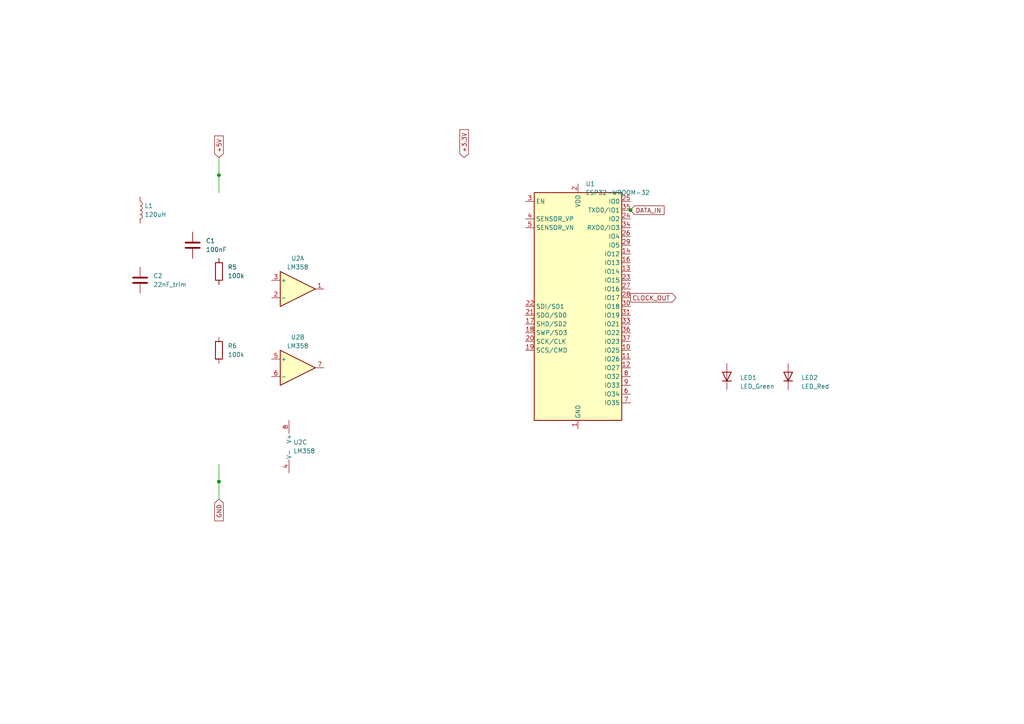
<source format=kicad_sch>
(kicad_sch (version 20230121) (generator eeschema)
  (paper "A4")
  (title_block (title "Lector RFID FDX-B para Caravanas de Ganado") (date "2025-08-14") (rev "v1.0") (company "IoT Cloud Studio") (comment 1 "Hardware Development") (comment 2 "134.2kHz FDX-B Reader") (comment 3 "ESP32-based design") (comment 4 ""))
  (lib_symbols
    (symbol "Device:C" (pin_numbers hide) (pin_names (offset 0.254))
      (property "Reference" "C" (at 0.635 2.54 0))
      (property "Value" "C" (at 0.635 -2.54 0))
      (symbol "C_0_1"
        (polyline (pts (xy -2.032 -0.762) (xy 2.032 -0.762)) (stroke (width 0.508)))
        (polyline (pts (xy -2.032 0.762) (xy 2.032 0.762)) (stroke (width 0.508)))
      )
      (symbol "C_1_1"
        (pin passive line (at 0 3.81 270) (length 2.794) (name "~") (number "1"))
        (pin passive line (at 0 -3.81 90) (length 2.794) (name "~") (number "2"))
      )
    )
    (symbol "Device:R" (pin_numbers hide) (pin_names (offset 0))
      (property "Reference" "R" (at 2.032 0 90))
      (property "Value" "R" (at 0 0 90))
      (symbol "R_0_1"
        (rectangle (start -1.016 -2.54) (end 1.016 2.54) (stroke (width 0.254)))
      )
      (symbol "R_1_1"
        (pin passive line (at 0 3.81 270) (length 1.27) (name "~") (number "1"))
        (pin passive line (at 0 -3.81 90) (length 1.27) (name "~") (number "2"))
      )
    )
    (symbol "Device:L" (pin_numbers hide) (pin_names (offset 1.016) hide)
      (property "Reference" "L" (at -1.27 0 90))
      (property "Value" "L" (at 1.905 0 90))
      (symbol "L_0_1"
        (arc (start 0 -2.54) (mid 0.6323 -1.905) (end 0 -1.27))
        (arc (start 0 -1.27) (mid 0.6323 -0.635) (end 0 0))
        (arc (start 0 0) (mid 0.6323 0.635) (end 0 1.27))
        (arc (start 0 1.27) (mid 0.6323 1.905) (end 0 2.54))
      )
      (symbol "L_1_1"
        (pin passive line (at 0 3.81 270) (length 1.27) (name "1") (number "1"))
        (pin passive line (at 0 -3.81 90) (length 1.27) (name "2") (number "2"))
      )
    )
    (symbol "Amplifier_Operational:LM358" (pin_names (offset 0.127))
      (property "Reference" "U" (at 0 5.08 0))
      (property "Value" "LM358" (at 0 -5.08 0))
      (symbol "LM358_1_1"
        (polyline (pts (xy -5.08 5.08) (xy 5.08 0) (xy -5.08 -5.08) (xy -5.08 5.08)) (stroke (width 0.254)) (fill (type background)))
        (pin output line (at 7.62 0 180) (length 2.54) (name "~") (number "1"))
        (pin input line (at -7.62 -2.54 0) (length 2.54) (name "-") (number "2"))
        (pin input line (at -7.62 2.54 0) (length 2.54) (name "+") (number "3"))
      )
      (symbol "LM358_2_1"
        (polyline (pts (xy -5.08 5.08) (xy 5.08 0) (xy -5.08 -5.08) (xy -5.08 5.08)) (stroke (width 0.254)) (fill (type background)))
        (pin input line (at -7.62 2.54 0) (length 2.54) (name "+") (number "5"))
        (pin input line (at -7.62 -2.54 0) (length 2.54) (name "-") (number "6"))
        (pin output line (at 7.62 0 180) (length 2.54) (name "~") (number "7"))
      )
      (symbol "LM358_3_1"
        (pin power_in line (at -2.54 -7.62 90) (length 3.81) (name "V-") (number "4"))
        (pin power_in line (at -2.54 7.62 270) (length 3.81) (name "V+") (number "8"))
      )
    )
    (symbol "RF_Module:ESP32-WROOM-32"
      (property "Reference" "U" (at -12.7 34.29 0))
      (property "Value" "ESP32-WROOM-32" (at 1.27 34.29 0))
      (symbol "ESP32-WROOM-32_0_1"
        (rectangle (start -12.7 33.02) (end 12.7 -33.02) (stroke (width 0.254)) (fill (type background)))
      )
      (symbol "ESP32-WROOM-32_1_1"
        (pin power_in line (at 0 -35.56 90) (length 2.54) (name "GND") (number "1"))
        (pin bidirectional line (at 15.24 -12.7 180) (length 2.54) (name "IO25") (number "10"))
        (pin bidirectional line (at 15.24 -15.24 180) (length 2.54) (name "IO26") (number "11"))
        (pin bidirectional line (at 15.24 -17.78 180) (length 2.54) (name "IO27") (number "12"))
        (pin bidirectional line (at 15.24 10.16 180) (length 2.54) (name "IO14") (number "13"))
        (pin bidirectional line (at 15.24 15.24 180) (length 2.54) (name "IO12") (number "14"))
        (pin power_in line (at 0 -35.56 90) (length 2.54) hide (name "GND") (number "15"))
        (pin bidirectional line (at 15.24 12.7 180) (length 2.54) (name "IO13") (number "16"))
        (pin bidirectional line (at -15.24 -5.08 0) (length 2.54) (name "SHD/SD2") (number "17"))
        (pin bidirectional line (at -15.24 -7.62 0) (length 2.54) (name "SWP/SD3") (number "18"))
        (pin bidirectional line (at -15.24 -12.7 0) (length 2.54) (name "SCS/CMD") (number "19"))
        (pin power_in line (at 0 35.56 270) (length 2.54) (name "VDD") (number "2"))
        (pin bidirectional line (at -15.24 -10.16 0) (length 2.54) (name "SCK/CLK") (number "20"))
        (pin bidirectional line (at -15.24 -2.54 0) (length 2.54) (name "SDO/SD0") (number "21"))
        (pin bidirectional line (at -15.24 0 0) (length 2.54) (name "SDI/SD1") (number "22"))
        (pin bidirectional line (at 15.24 7.62 180) (length 2.54) (name "IO15") (number "23"))
        (pin bidirectional line (at 15.24 25.4 180) (length 2.54) (name "IO2") (number "24"))
        (pin bidirectional line (at 15.24 30.48 180) (length 2.54) (name "IO0") (number "25"))
        (pin bidirectional line (at 15.24 20.32 180) (length 2.54) (name "IO4") (number "26"))
        (pin bidirectional line (at 15.24 5.08 180) (length 2.54) (name "IO16") (number "27"))
        (pin bidirectional line (at 15.24 2.54 180) (length 2.54) (name "IO17") (number "28"))
        (pin bidirectional line (at 15.24 17.78 180) (length 2.54) (name "IO5") (number "29"))
        (pin input line (at -15.24 30.48 0) (length 2.54) (name "EN") (number "3"))
        (pin bidirectional line (at 15.24 0 180) (length 2.54) (name "IO18") (number "30"))
        (pin bidirectional line (at 15.24 -2.54 180) (length 2.54) (name "IO19") (number "31"))
        (pin no_connect line (at -12.7 -17.78 0) (length 2.54) hide (name "NC") (number "32"))
        (pin bidirectional line (at 15.24 -5.08 180) (length 2.54) (name "IO21") (number "33"))
        (pin bidirectional line (at 15.24 22.86 180) (length 2.54) (name "RXD0/IO3") (number "34"))
        (pin bidirectional line (at 15.24 27.94 180) (length 2.54) (name "TXD0/IO1") (number "35"))
        (pin bidirectional line (at 15.24 -7.62 180) (length 2.54) (name "IO22") (number "36"))
        (pin bidirectional line (at 15.24 -10.16 180) (length 2.54) (name "IO23") (number "37"))
        (pin power_in line (at 0 -35.56 90) (length 2.54) hide (name "GND") (number "38"))
        (pin input line (at -15.24 25.4 0) (length 2.54) (name "SENSOR_VP") (number "4"))
        (pin input line (at -15.24 22.86 0) (length 2.54) (name "SENSOR_VN") (number "5"))
        (pin input line (at 15.24 -25.4 180) (length 2.54) (name "IO34") (number "6"))
        (pin input line (at 15.24 -27.94 180) (length 2.54) (name "IO35") (number "7"))
        (pin bidirectional line (at 15.24 -20.32 180) (length 2.54) (name "IO32") (number "8"))
        (pin bidirectional line (at 15.24 -22.86 180) (length 2.54) (name "IO33") (number "9"))
      )
    )
    (symbol "Device:LED" (pin_numbers hide) (pin_names (offset 1.016) hide)
      (property "Reference" "D" (at 0 2.54 0))
      (property "Value" "LED" (at 0 -2.54 0))
      (symbol "LED_0_1"
        (polyline (pts (xy -1.27 -1.27) (xy -1.27 1.27)) (stroke (width 0.254)))
        (polyline (pts (xy -1.27 0) (xy 1.27 0)))
        (polyline (pts (xy 1.27 -1.27) (xy 1.27 1.27) (xy -1.27 0) (xy 1.27 -1.27)) (stroke (width 0.254)))
      )
      (symbol "LED_1_1"
        (pin passive line (at -3.81 0 0) (length 2.54) (name "K") (number "1"))
        (pin passive line (at 3.81 0 180) (length 2.54) (name "A") (number "2"))
      )
    )
  )
  (junction (at 63.5 50.8))
  (junction (at 63.5 139.7))
  (junction (at 182.88 60.96))
  (wire (pts (xy 63.5 45.72) (xy 63.5 50.8)))
  (wire (pts (xy 63.5 50.8) (xy 63.5 55.88)))
  (wire (pts (xy 63.5 134.62) (xy 63.5 139.7)))
  (wire (pts (xy 63.5 139.7) (xy 63.5 144.78)))
  (global_label "+5V" (shape input) (at 63.5 45.72 90) (property "Intersheets references" "${INTERSHEET_REFS}" (effects hide)))
  (global_label "GND" (shape input) (at 63.5 144.78 270) (property "Intersheets references" "${INTERSHEET_REFS}" (effects hide)))
  (global_label "+3.3V" (shape input) (at 134.62 45.72 90) (property "Intersheets references" "${INTERSHEET_REFS}" (effects hide)))
  (global_label "DATA_IN" (shape input) (at 182.88 60.96 0) (property "Intersheets references" "${INTERSHEET_REFS}" (effects hide)))
  (global_label "CLOCK_OUT" (shape output) (at 182.88 86.36 0) (property "Intersheets references" "${INTERSHEET_REFS}" (effects hide)))
  (symbol (lib_id "RF_Module:ESP32-WROOM-32") (at 167.64 88.9 0) (unit 1)
    (property "Reference" "U1" (at 169.8341 53.34 0) (effects (justify left)))
    (property "Value" "ESP32-WROOM-32" (at 169.8341 55.88 0) (effects (justify left)))
    (property "Footprint" "RF_Module:ESP32-WROOM-32" (effects hide))
    (property "Datasheet" "https://www.espressif.com/sites/default/files/documentation/esp32-wroom-32_datasheet_en.pdf" (effects hide))
  )
  (symbol (lib_id "Amplifier_Operational:LM358") (at 86.36 83.82 0) (unit 1)
    (property "Reference" "U2" (at 86.36 74.93 0))
    (property "Value" "LM358" (at 86.36 77.47 0))
    (property "Footprint" "Package_DIP:DIP-8_W7.62mm" (effects hide))
    (property "Datasheet" "http://www.ti.com/lit/ds/symlink/lm2904-n.pdf" (effects hide))
  )
  (symbol (lib_id "Amplifier_Operational:LM358") (at 86.36 106.68 0) (unit 2)
    (property "Reference" "U2" (at 86.36 97.79 0))
    (property "Value" "LM358" (at 86.36 100.33 0))
    (property "Footprint" "Package_DIP:DIP-8_W7.62mm" (effects hide))
    (property "Datasheet" "http://www.ti.com/lit/ds/symlink/lm2904-n.pdf" (effects hide))
  )
  (symbol (lib_id "Amplifier_Operational:LM358") (at 86.36 129.54 0) (unit 3)
    (property "Reference" "U2" (at 85.09 128.27 0) (effects (justify left)))
    (property "Value" "LM358" (at 85.09 130.81 0) (effects (justify left)))
    (property "Footprint" "Package_DIP:DIP-8_W7.62mm" (effects hide))
    (property "Datasheet" "http://www.ti.com/lit/ds/symlink/lm2904-n.pdf" (effects hide))
  )
  (symbol (lib_id "Device:L") (at 40.64 60.96 0) (unit 1)
    (property "Reference" "L1" (at 41.91 59.6899 0) (effects (justify left)))
    (property "Value" "120uH" (at 41.91 62.2299 0) (effects (justify left)))
    (property "Footprint" "Inductor_THT:L_Radial_D12.0mm_P5.00mm_Fastron_11P" (effects hide))
  )
  (symbol (lib_id "Device:C") (at 55.88 71.12 0) (unit 1)
    (property "Reference" "C1" (at 59.69 69.8499 0) (effects (justify left)))
    (property "Value" "100nF" (at 59.69 72.3899 0) (effects (justify left)))
    (property "Footprint" "Capacitor_THT:C_Disc_D5.0mm_W2.5mm_P5.00mm" (effects hide))
  )
  (symbol (lib_id "Device:C") (at 40.64 81.28 0) (unit 1)
    (property "Reference" "C2" (at 44.45 80.0099 0) (effects (justify left)))
    (property "Value" "22nF_trim" (at 44.45 82.5499 0) (effects (justify left)))
    (property "Footprint" "Capacitor_THT:C_Trimmer_Murata_TZC3" (effects hide))
  )
  (symbol (lib_id "Device:R") (at 63.5 78.74 0) (unit 1)
    (property "Reference" "R5" (at 66.04 77.4699 0) (effects (justify left)))
    (property "Value" "100k" (at 66.04 80.0099 0) (effects (justify left)))
    (property "Footprint" "Resistor_SMD:R_0805_2012Metric" (effects hide))
  )
  (symbol (lib_id "Device:R") (at 63.5 101.6 0) (unit 1)
    (property "Reference" "R6" (at 66.04 100.3299 0) (effects (justify left)))
    (property "Value" "100k" (at 66.04 102.8699 0) (effects (justify left)))
    (property "Footprint" "Resistor_SMD:R_0805_2012Metric" (effects hide))
  )
  (symbol (lib_id "Device:LED") (at 210.82 109.22 90) (unit 1)
    (property "Reference" "LED1" (at 214.63 109.5374 90) (effects (justify right)))
    (property "Value" "LED_Green" (at 214.63 112.0774 90) (effects (justify right)))
    (property "Footprint" "LED_THT:LED_D3.0mm" (effects hide))
  )
  (symbol (lib_id "Device:LED") (at 228.6 109.22 90) (unit 1)
    (property "Reference" "LED2" (at 232.41 109.5374 90) (effects (justify right)))
    (property "Value" "LED_Red" (at 232.41 112.0774 90) (effects (justify right)))
    (property "Footprint" "LED_THT:LED_D3.0mm" (effects hide))
  )
)
</source>
